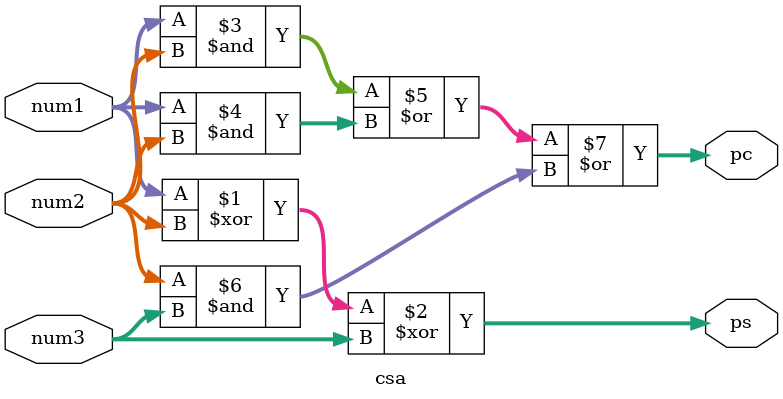
<source format=v>
module csa (
    input [63:0] num1, num2, num3,

    output [63:0] ps, pc
);

assign ps = num1 ^ num2 ^ num3;
assign pc = (num1 & num2) | (num1 & num2) | (num2 & num3);
    
endmodule
</source>
